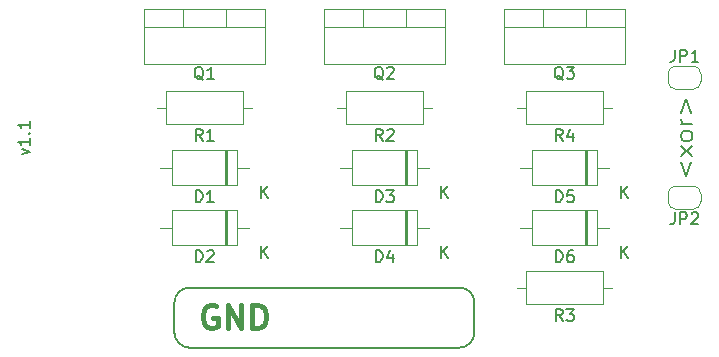
<source format=gbr>
%TF.GenerationSoftware,KiCad,Pcbnew,6.0.5*%
%TF.CreationDate,2022-09-23T17:49:19+02:00*%
%TF.ProjectId,Alternator_Motor_Driver,416c7465-726e-4617-946f-725f4d6f746f,1.1*%
%TF.SameCoordinates,Original*%
%TF.FileFunction,Legend,Top*%
%TF.FilePolarity,Positive*%
%FSLAX46Y46*%
G04 Gerber Fmt 4.6, Leading zero omitted, Abs format (unit mm)*
G04 Created by KiCad (PCBNEW 6.0.5) date 2022-09-23 17:49:19*
%MOMM*%
%LPD*%
G01*
G04 APERTURE LIST*
%ADD10C,0.150000*%
%ADD11C,0.400000*%
%ADD12C,0.120000*%
G04 APERTURE END LIST*
D10*
X126999999Y-110490000D02*
G75*
G03*
X128270000Y-111760001I1270001J0D01*
G01*
X128270000Y-111760001D02*
X151130001Y-111760000D01*
X151130001Y-111760000D02*
G75*
G03*
X152400000Y-110490001I-1J1270000D01*
G01*
X126999999Y-110490000D02*
X127000000Y-107949999D01*
X152400001Y-107950000D02*
X152400000Y-110490000D01*
X128270000Y-106680000D02*
G75*
G03*
X127000000Y-107949999I0J-1270000D01*
G01*
X151130000Y-106679999D02*
X128270000Y-106680000D01*
X152400001Y-107950000D02*
G75*
G03*
X151130000Y-106679999I-1270001J0D01*
G01*
D11*
X130556190Y-108220000D02*
X130365714Y-108124761D01*
X130080000Y-108124761D01*
X129794285Y-108220000D01*
X129603809Y-108410476D01*
X129508571Y-108600952D01*
X129413333Y-108981904D01*
X129413333Y-109267619D01*
X129508571Y-109648571D01*
X129603809Y-109839047D01*
X129794285Y-110029523D01*
X130080000Y-110124761D01*
X130270476Y-110124761D01*
X130556190Y-110029523D01*
X130651428Y-109934285D01*
X130651428Y-109267619D01*
X130270476Y-109267619D01*
X131508571Y-110124761D02*
X131508571Y-108124761D01*
X132651428Y-110124761D01*
X132651428Y-108124761D01*
X133603809Y-110124761D02*
X133603809Y-108124761D01*
X134080000Y-108124761D01*
X134365714Y-108220000D01*
X134556190Y-108410476D01*
X134651428Y-108600952D01*
X134746666Y-108981904D01*
X134746666Y-109267619D01*
X134651428Y-109648571D01*
X134556190Y-109839047D01*
X134365714Y-110029523D01*
X134080000Y-110124761D01*
X133603809Y-110124761D01*
D10*
X169858571Y-96087142D02*
X170287142Y-97230000D01*
X170715714Y-96087142D01*
X170858571Y-95515714D02*
X169858571Y-94730000D01*
X169858571Y-95515714D02*
X170858571Y-94730000D01*
X170858571Y-93944285D02*
X170787142Y-94087142D01*
X170715714Y-94158571D01*
X170572857Y-94230000D01*
X170144285Y-94230000D01*
X170001428Y-94158571D01*
X169930000Y-94087142D01*
X169858571Y-93944285D01*
X169858571Y-93730000D01*
X169930000Y-93587142D01*
X170001428Y-93515714D01*
X170144285Y-93444285D01*
X170572857Y-93444285D01*
X170715714Y-93515714D01*
X170787142Y-93587142D01*
X170858571Y-93730000D01*
X170858571Y-93944285D01*
X170858571Y-92801428D02*
X169858571Y-92801428D01*
X170144285Y-92801428D02*
X170001428Y-92730000D01*
X169930000Y-92658571D01*
X169858571Y-92515714D01*
X169858571Y-92372857D01*
X169858571Y-91872857D02*
X170287142Y-90730000D01*
X170715714Y-91872857D01*
X114085714Y-95408571D02*
X114752380Y-95170476D01*
X114085714Y-94932380D01*
X114752380Y-94027619D02*
X114752380Y-94599047D01*
X114752380Y-94313333D02*
X113752380Y-94313333D01*
X113895238Y-94408571D01*
X113990476Y-94503809D01*
X114038095Y-94599047D01*
X114657142Y-93599047D02*
X114704761Y-93551428D01*
X114752380Y-93599047D01*
X114704761Y-93646666D01*
X114657142Y-93599047D01*
X114752380Y-93599047D01*
X114752380Y-92599047D02*
X114752380Y-93170476D01*
X114752380Y-92884761D02*
X113752380Y-92884761D01*
X113895238Y-92980000D01*
X113990476Y-93075238D01*
X114038095Y-93170476D01*
%TO.C,R2*%
X144613333Y-94262380D02*
X144280000Y-93786190D01*
X144041904Y-94262380D02*
X144041904Y-93262380D01*
X144422857Y-93262380D01*
X144518095Y-93310000D01*
X144565714Y-93357619D01*
X144613333Y-93452857D01*
X144613333Y-93595714D01*
X144565714Y-93690952D01*
X144518095Y-93738571D01*
X144422857Y-93786190D01*
X144041904Y-93786190D01*
X144994285Y-93357619D02*
X145041904Y-93310000D01*
X145137142Y-93262380D01*
X145375238Y-93262380D01*
X145470476Y-93310000D01*
X145518095Y-93357619D01*
X145565714Y-93452857D01*
X145565714Y-93548095D01*
X145518095Y-93690952D01*
X144946666Y-94262380D01*
X145565714Y-94262380D01*
%TO.C,D2*%
X128801903Y-104522380D02*
X128801903Y-103522380D01*
X129039999Y-103522380D01*
X129182856Y-103570000D01*
X129278094Y-103665238D01*
X129325713Y-103760476D01*
X129373332Y-103950952D01*
X129373332Y-104093809D01*
X129325713Y-104284285D01*
X129278094Y-104379523D01*
X129182856Y-104474761D01*
X129039999Y-104522380D01*
X128801903Y-104522380D01*
X129754284Y-103617619D02*
X129801903Y-103570000D01*
X129897141Y-103522380D01*
X130135237Y-103522380D01*
X130230475Y-103570000D01*
X130278094Y-103617619D01*
X130325713Y-103712857D01*
X130325713Y-103808095D01*
X130278094Y-103950952D01*
X129706665Y-104522380D01*
X130325713Y-104522380D01*
X134358094Y-104152380D02*
X134358094Y-103152380D01*
X134929522Y-104152380D02*
X134500951Y-103580952D01*
X134929522Y-103152380D02*
X134358094Y-103723809D01*
%TO.C,D5*%
X159281903Y-99442380D02*
X159281903Y-98442380D01*
X159519999Y-98442380D01*
X159662856Y-98490000D01*
X159758094Y-98585238D01*
X159805713Y-98680476D01*
X159853332Y-98870952D01*
X159853332Y-99013809D01*
X159805713Y-99204285D01*
X159758094Y-99299523D01*
X159662856Y-99394761D01*
X159519999Y-99442380D01*
X159281903Y-99442380D01*
X160758094Y-98442380D02*
X160281903Y-98442380D01*
X160234284Y-98918571D01*
X160281903Y-98870952D01*
X160377141Y-98823333D01*
X160615237Y-98823333D01*
X160710475Y-98870952D01*
X160758094Y-98918571D01*
X160805713Y-99013809D01*
X160805713Y-99251904D01*
X160758094Y-99347142D01*
X160710475Y-99394761D01*
X160615237Y-99442380D01*
X160377141Y-99442380D01*
X160281903Y-99394761D01*
X160234284Y-99347142D01*
X164838094Y-99072380D02*
X164838094Y-98072380D01*
X165409522Y-99072380D02*
X164980951Y-98500952D01*
X165409522Y-98072380D02*
X164838094Y-98643809D01*
%TO.C,Q1*%
X129444761Y-89088619D02*
X129349523Y-89041000D01*
X129254285Y-88945761D01*
X129111428Y-88802904D01*
X129016190Y-88755285D01*
X128920952Y-88755285D01*
X128968571Y-88993380D02*
X128873333Y-88945761D01*
X128778095Y-88850523D01*
X128730476Y-88660047D01*
X128730476Y-88326714D01*
X128778095Y-88136238D01*
X128873333Y-88041000D01*
X128968571Y-87993380D01*
X129159047Y-87993380D01*
X129254285Y-88041000D01*
X129349523Y-88136238D01*
X129397142Y-88326714D01*
X129397142Y-88660047D01*
X129349523Y-88850523D01*
X129254285Y-88945761D01*
X129159047Y-88993380D01*
X128968571Y-88993380D01*
X130349523Y-88993380D02*
X129778095Y-88993380D01*
X130063809Y-88993380D02*
X130063809Y-87993380D01*
X129968571Y-88136238D01*
X129873333Y-88231476D01*
X129778095Y-88279095D01*
%TO.C,R1*%
X129373333Y-94262380D02*
X129040000Y-93786190D01*
X128801904Y-94262380D02*
X128801904Y-93262380D01*
X129182857Y-93262380D01*
X129278095Y-93310000D01*
X129325714Y-93357619D01*
X129373333Y-93452857D01*
X129373333Y-93595714D01*
X129325714Y-93690952D01*
X129278095Y-93738571D01*
X129182857Y-93786190D01*
X128801904Y-93786190D01*
X130325714Y-94262380D02*
X129754285Y-94262380D01*
X130040000Y-94262380D02*
X130040000Y-93262380D01*
X129944761Y-93405238D01*
X129849523Y-93500476D01*
X129754285Y-93548095D01*
%TO.C,D1*%
X128801904Y-99442380D02*
X128801904Y-98442380D01*
X129040000Y-98442380D01*
X129182857Y-98490000D01*
X129278095Y-98585238D01*
X129325714Y-98680476D01*
X129373333Y-98870952D01*
X129373333Y-99013809D01*
X129325714Y-99204285D01*
X129278095Y-99299523D01*
X129182857Y-99394761D01*
X129040000Y-99442380D01*
X128801904Y-99442380D01*
X130325714Y-99442380D02*
X129754285Y-99442380D01*
X130040000Y-99442380D02*
X130040000Y-98442380D01*
X129944761Y-98585238D01*
X129849523Y-98680476D01*
X129754285Y-98728095D01*
X134358095Y-99072380D02*
X134358095Y-98072380D01*
X134929523Y-99072380D02*
X134500952Y-98500952D01*
X134929523Y-98072380D02*
X134358095Y-98643809D01*
%TO.C,D6*%
X159281904Y-104522381D02*
X159281904Y-103522381D01*
X159520000Y-103522381D01*
X159662857Y-103570001D01*
X159758095Y-103665239D01*
X159805714Y-103760477D01*
X159853333Y-103950953D01*
X159853333Y-104093810D01*
X159805714Y-104284286D01*
X159758095Y-104379524D01*
X159662857Y-104474762D01*
X159520000Y-104522381D01*
X159281904Y-104522381D01*
X160710476Y-103522381D02*
X160520000Y-103522381D01*
X160424761Y-103570001D01*
X160377142Y-103617620D01*
X160281904Y-103760477D01*
X160234285Y-103950953D01*
X160234285Y-104331905D01*
X160281904Y-104427143D01*
X160329523Y-104474762D01*
X160424761Y-104522381D01*
X160615238Y-104522381D01*
X160710476Y-104474762D01*
X160758095Y-104427143D01*
X160805714Y-104331905D01*
X160805714Y-104093810D01*
X160758095Y-103998572D01*
X160710476Y-103950953D01*
X160615238Y-103903334D01*
X160424761Y-103903334D01*
X160329523Y-103950953D01*
X160281904Y-103998572D01*
X160234285Y-104093810D01*
X164838095Y-104152381D02*
X164838095Y-103152381D01*
X165409523Y-104152381D02*
X164980952Y-103580953D01*
X165409523Y-103152381D02*
X164838095Y-103723810D01*
%TO.C,D4*%
X144041904Y-104522380D02*
X144041904Y-103522380D01*
X144280000Y-103522380D01*
X144422857Y-103570000D01*
X144518095Y-103665238D01*
X144565714Y-103760476D01*
X144613333Y-103950952D01*
X144613333Y-104093809D01*
X144565714Y-104284285D01*
X144518095Y-104379523D01*
X144422857Y-104474761D01*
X144280000Y-104522380D01*
X144041904Y-104522380D01*
X145470476Y-103855714D02*
X145470476Y-104522380D01*
X145232380Y-103474761D02*
X144994285Y-104189047D01*
X145613333Y-104189047D01*
X149598095Y-104152380D02*
X149598095Y-103152380D01*
X150169523Y-104152380D02*
X149740952Y-103580952D01*
X150169523Y-103152380D02*
X149598095Y-103723809D01*
%TO.C,R4*%
X159853333Y-94262380D02*
X159520000Y-93786190D01*
X159281904Y-94262380D02*
X159281904Y-93262380D01*
X159662857Y-93262380D01*
X159758095Y-93310000D01*
X159805714Y-93357619D01*
X159853333Y-93452857D01*
X159853333Y-93595714D01*
X159805714Y-93690952D01*
X159758095Y-93738571D01*
X159662857Y-93786190D01*
X159281904Y-93786190D01*
X160710476Y-93595714D02*
X160710476Y-94262380D01*
X160472380Y-93214761D02*
X160234285Y-93929047D01*
X160853333Y-93929047D01*
%TO.C,Q2*%
X144684761Y-89088619D02*
X144589523Y-89041000D01*
X144494285Y-88945761D01*
X144351428Y-88802904D01*
X144256190Y-88755285D01*
X144160952Y-88755285D01*
X144208571Y-88993380D02*
X144113333Y-88945761D01*
X144018095Y-88850523D01*
X143970476Y-88660047D01*
X143970476Y-88326714D01*
X144018095Y-88136238D01*
X144113333Y-88041000D01*
X144208571Y-87993380D01*
X144399047Y-87993380D01*
X144494285Y-88041000D01*
X144589523Y-88136238D01*
X144637142Y-88326714D01*
X144637142Y-88660047D01*
X144589523Y-88850523D01*
X144494285Y-88945761D01*
X144399047Y-88993380D01*
X144208571Y-88993380D01*
X145018095Y-88088619D02*
X145065714Y-88041000D01*
X145160952Y-87993380D01*
X145399047Y-87993380D01*
X145494285Y-88041000D01*
X145541904Y-88088619D01*
X145589523Y-88183857D01*
X145589523Y-88279095D01*
X145541904Y-88421952D01*
X144970476Y-88993380D01*
X145589523Y-88993380D01*
%TO.C,JP2*%
X169346666Y-100312380D02*
X169346666Y-101026666D01*
X169299047Y-101169523D01*
X169203809Y-101264761D01*
X169060952Y-101312380D01*
X168965714Y-101312380D01*
X169822857Y-101312380D02*
X169822857Y-100312380D01*
X170203809Y-100312380D01*
X170299047Y-100360000D01*
X170346666Y-100407619D01*
X170394285Y-100502857D01*
X170394285Y-100645714D01*
X170346666Y-100740952D01*
X170299047Y-100788571D01*
X170203809Y-100836190D01*
X169822857Y-100836190D01*
X170775238Y-100407619D02*
X170822857Y-100360000D01*
X170918095Y-100312380D01*
X171156190Y-100312380D01*
X171251428Y-100360000D01*
X171299047Y-100407619D01*
X171346666Y-100502857D01*
X171346666Y-100598095D01*
X171299047Y-100740952D01*
X170727619Y-101312380D01*
X171346666Y-101312380D01*
%TO.C,R3*%
X159853332Y-109502380D02*
X159519999Y-109026190D01*
X159281903Y-109502380D02*
X159281903Y-108502380D01*
X159662856Y-108502380D01*
X159758094Y-108550000D01*
X159805713Y-108597619D01*
X159853332Y-108692857D01*
X159853332Y-108835714D01*
X159805713Y-108930952D01*
X159758094Y-108978571D01*
X159662856Y-109026190D01*
X159281903Y-109026190D01*
X160186665Y-108502380D02*
X160805713Y-108502380D01*
X160472379Y-108883333D01*
X160615237Y-108883333D01*
X160710475Y-108930952D01*
X160758094Y-108978571D01*
X160805713Y-109073809D01*
X160805713Y-109311904D01*
X160758094Y-109407142D01*
X160710475Y-109454761D01*
X160615237Y-109502380D01*
X160329522Y-109502380D01*
X160234284Y-109454761D01*
X160186665Y-109407142D01*
%TO.C,Q3*%
X159924761Y-89088619D02*
X159829523Y-89041000D01*
X159734285Y-88945761D01*
X159591428Y-88802904D01*
X159496190Y-88755285D01*
X159400952Y-88755285D01*
X159448571Y-88993380D02*
X159353333Y-88945761D01*
X159258095Y-88850523D01*
X159210476Y-88660047D01*
X159210476Y-88326714D01*
X159258095Y-88136238D01*
X159353333Y-88041000D01*
X159448571Y-87993380D01*
X159639047Y-87993380D01*
X159734285Y-88041000D01*
X159829523Y-88136238D01*
X159877142Y-88326714D01*
X159877142Y-88660047D01*
X159829523Y-88850523D01*
X159734285Y-88945761D01*
X159639047Y-88993380D01*
X159448571Y-88993380D01*
X160210476Y-87993380D02*
X160829523Y-87993380D01*
X160496190Y-88374333D01*
X160639047Y-88374333D01*
X160734285Y-88421952D01*
X160781904Y-88469571D01*
X160829523Y-88564809D01*
X160829523Y-88802904D01*
X160781904Y-88898142D01*
X160734285Y-88945761D01*
X160639047Y-88993380D01*
X160353333Y-88993380D01*
X160258095Y-88945761D01*
X160210476Y-88898142D01*
%TO.C,JP1*%
X169346666Y-86552380D02*
X169346666Y-87266666D01*
X169299047Y-87409523D01*
X169203809Y-87504761D01*
X169060952Y-87552380D01*
X168965714Y-87552380D01*
X169822857Y-87552380D02*
X169822857Y-86552380D01*
X170203809Y-86552380D01*
X170299047Y-86600000D01*
X170346666Y-86647619D01*
X170394285Y-86742857D01*
X170394285Y-86885714D01*
X170346666Y-86980952D01*
X170299047Y-87028571D01*
X170203809Y-87076190D01*
X169822857Y-87076190D01*
X171346666Y-87552380D02*
X170775238Y-87552380D01*
X171060952Y-87552380D02*
X171060952Y-86552380D01*
X170965714Y-86695238D01*
X170870476Y-86790476D01*
X170775238Y-86838095D01*
%TO.C,D3*%
X144041904Y-99442380D02*
X144041904Y-98442380D01*
X144280000Y-98442380D01*
X144422857Y-98490000D01*
X144518095Y-98585238D01*
X144565714Y-98680476D01*
X144613333Y-98870952D01*
X144613333Y-99013809D01*
X144565714Y-99204285D01*
X144518095Y-99299523D01*
X144422857Y-99394761D01*
X144280000Y-99442380D01*
X144041904Y-99442380D01*
X144946666Y-98442380D02*
X145565714Y-98442380D01*
X145232380Y-98823333D01*
X145375238Y-98823333D01*
X145470476Y-98870952D01*
X145518095Y-98918571D01*
X145565714Y-99013809D01*
X145565714Y-99251904D01*
X145518095Y-99347142D01*
X145470476Y-99394761D01*
X145375238Y-99442380D01*
X145089523Y-99442380D01*
X144994285Y-99394761D01*
X144946666Y-99347142D01*
X149598095Y-99072380D02*
X149598095Y-98072380D01*
X150169523Y-99072380D02*
X149740952Y-98500952D01*
X150169523Y-98072380D02*
X149598095Y-98643809D01*
D12*
%TO.C,R2*%
X148050000Y-92810000D02*
X148050000Y-90070000D01*
X140740000Y-91440000D02*
X141510000Y-91440000D01*
X148820000Y-91440000D02*
X148050000Y-91440000D01*
X141510000Y-90070000D02*
X141510000Y-92810000D01*
X148050000Y-90070000D02*
X141510000Y-90070000D01*
X141510000Y-92810000D02*
X148050000Y-92810000D01*
%TO.C,D2*%
X132259999Y-103070000D02*
X132259999Y-100130000D01*
X125799999Y-101600000D02*
X126819999Y-101600000D01*
X132259999Y-100130000D02*
X126819999Y-100130000D01*
X126819999Y-100130000D02*
X126819999Y-103070000D01*
X131479999Y-103070000D02*
X131479999Y-100130000D01*
X126819999Y-103070000D02*
X132259999Y-103070000D01*
X131359999Y-103070000D02*
X131359999Y-100130000D01*
X133279999Y-101600000D02*
X132259999Y-101600000D01*
X131239999Y-103070000D02*
X131239999Y-100130000D01*
%TO.C,D5*%
X163759999Y-96520000D02*
X162739999Y-96520000D01*
X157299999Y-95050000D02*
X157299999Y-97990000D01*
X161839999Y-97990000D02*
X161839999Y-95050000D01*
X161719999Y-97990000D02*
X161719999Y-95050000D01*
X161959999Y-97990000D02*
X161959999Y-95050000D01*
X156279999Y-96520000D02*
X157299999Y-96520000D01*
X162739999Y-95050000D02*
X157299999Y-95050000D01*
X162739999Y-97990000D02*
X162739999Y-95050000D01*
X157299999Y-97990000D02*
X162739999Y-97990000D01*
%TO.C,Q1*%
X124420000Y-83090000D02*
X124420000Y-87731000D01*
X124420000Y-84600000D02*
X134660000Y-84600000D01*
X127690000Y-83090000D02*
X127690000Y-84600000D01*
X131391000Y-83090000D02*
X131391000Y-84600000D01*
X124420000Y-83090000D02*
X134660000Y-83090000D01*
X134660000Y-83090000D02*
X134660000Y-87731000D01*
X124420000Y-87731000D02*
X134660000Y-87731000D01*
%TO.C,R1*%
X133580000Y-91440000D02*
X132810000Y-91440000D01*
X125500000Y-91440000D02*
X126270000Y-91440000D01*
X126270000Y-90070000D02*
X126270000Y-92810000D01*
X132810000Y-92810000D02*
X132810000Y-90070000D01*
X126270000Y-92810000D02*
X132810000Y-92810000D01*
X132810000Y-90070000D02*
X126270000Y-90070000D01*
%TO.C,D1*%
X133280000Y-96520000D02*
X132260000Y-96520000D01*
X131360000Y-97990000D02*
X131360000Y-95050000D01*
X126820000Y-97990000D02*
X132260000Y-97990000D01*
X125800000Y-96520000D02*
X126820000Y-96520000D01*
X126820000Y-95050000D02*
X126820000Y-97990000D01*
X132260000Y-97990000D02*
X132260000Y-95050000D01*
X131480000Y-97990000D02*
X131480000Y-95050000D01*
X132260000Y-95050000D02*
X126820000Y-95050000D01*
X131240000Y-97990000D02*
X131240000Y-95050000D01*
%TO.C,D6*%
X157300000Y-103070001D02*
X162740000Y-103070001D01*
X162740000Y-100130001D02*
X157300000Y-100130001D01*
X161720000Y-103070001D02*
X161720000Y-100130001D01*
X156280000Y-101600001D02*
X157300000Y-101600001D01*
X157300000Y-100130001D02*
X157300000Y-103070001D01*
X162740000Y-103070001D02*
X162740000Y-100130001D01*
X163760000Y-101600001D02*
X162740000Y-101600001D01*
X161840000Y-103070001D02*
X161840000Y-100130001D01*
X161960000Y-103070001D02*
X161960000Y-100130001D01*
%TO.C,D4*%
X146720000Y-103070000D02*
X146720000Y-100130000D01*
X147500000Y-103070000D02*
X147500000Y-100130000D01*
X141040000Y-101600000D02*
X142060000Y-101600000D01*
X142060000Y-103070000D02*
X147500000Y-103070000D01*
X148520000Y-101600000D02*
X147500000Y-101600000D01*
X147500000Y-100130000D02*
X142060000Y-100130000D01*
X142060000Y-100130000D02*
X142060000Y-103070000D01*
X146480000Y-103070000D02*
X146480000Y-100130000D01*
X146600000Y-103070000D02*
X146600000Y-100130000D01*
%TO.C,R4*%
X163290000Y-90070000D02*
X156750000Y-90070000D01*
X163290000Y-92810000D02*
X163290000Y-90070000D01*
X156750000Y-92810000D02*
X163290000Y-92810000D01*
X156750000Y-90070000D02*
X156750000Y-92810000D01*
X164060000Y-91440000D02*
X163290000Y-91440000D01*
X155980000Y-91440000D02*
X156750000Y-91440000D01*
%TO.C,Q2*%
X139660000Y-84600000D02*
X149900000Y-84600000D01*
X139660000Y-87731000D02*
X149900000Y-87731000D01*
X139660000Y-83090000D02*
X139660000Y-87731000D01*
X139660000Y-83090000D02*
X149900000Y-83090000D01*
X142930000Y-83090000D02*
X142930000Y-84600000D01*
X149900000Y-83090000D02*
X149900000Y-87731000D01*
X146631000Y-83090000D02*
X146631000Y-84600000D01*
%TO.C,JP2*%
X171580000Y-98760000D02*
X171580000Y-99360000D01*
X169480000Y-98060000D02*
X170880000Y-98060000D01*
X168780000Y-99360000D02*
X168780000Y-98760000D01*
X170880000Y-100060000D02*
X169480000Y-100060000D01*
X170880000Y-100060000D02*
G75*
G03*
X171580000Y-99360000I1J699999D01*
G01*
X168780000Y-99360000D02*
G75*
G03*
X169480000Y-100060000I700000J0D01*
G01*
X169480000Y-98060000D02*
G75*
G03*
X168780000Y-98760000I0J-700000D01*
G01*
X171580000Y-98760000D02*
G75*
G03*
X170880000Y-98060000I-699999J1D01*
G01*
%TO.C,R3*%
X163289999Y-108050000D02*
X163289999Y-105310000D01*
X156749999Y-108050000D02*
X163289999Y-108050000D01*
X163289999Y-105310000D02*
X156749999Y-105310000D01*
X156749999Y-105310000D02*
X156749999Y-108050000D01*
X164059999Y-106680000D02*
X163289999Y-106680000D01*
X155979999Y-106680000D02*
X156749999Y-106680000D01*
%TO.C,Q3*%
X154900000Y-83090000D02*
X154900000Y-87731000D01*
X158170000Y-83090000D02*
X158170000Y-84600000D01*
X154900000Y-83090000D02*
X165140000Y-83090000D01*
X154900000Y-84600000D02*
X165140000Y-84600000D01*
X165140000Y-83090000D02*
X165140000Y-87731000D01*
X154900000Y-87731000D02*
X165140000Y-87731000D01*
X161871000Y-83090000D02*
X161871000Y-84600000D01*
%TO.C,JP1*%
X171580000Y-88600000D02*
X171580000Y-89200000D01*
X169480000Y-87900000D02*
X170880000Y-87900000D01*
X170880000Y-89900000D02*
X169480000Y-89900000D01*
X168780000Y-89200000D02*
X168780000Y-88600000D01*
X169480000Y-87900000D02*
G75*
G03*
X168780000Y-88600000I-1J-699999D01*
G01*
X170880000Y-89900000D02*
G75*
G03*
X171580000Y-89200000I0J700000D01*
G01*
X171580000Y-88600000D02*
G75*
G03*
X170880000Y-87900000I-700000J0D01*
G01*
X168780000Y-89200000D02*
G75*
G03*
X169480000Y-89900000I699999J-1D01*
G01*
%TO.C,D3*%
X146480000Y-97990000D02*
X146480000Y-95050000D01*
X142060000Y-95050000D02*
X142060000Y-97990000D01*
X147500000Y-95050000D02*
X142060000Y-95050000D01*
X147500000Y-97990000D02*
X147500000Y-95050000D01*
X148520000Y-96520000D02*
X147500000Y-96520000D01*
X142060000Y-97990000D02*
X147500000Y-97990000D01*
X146720000Y-97990000D02*
X146720000Y-95050000D01*
X146600000Y-97990000D02*
X146600000Y-95050000D01*
X141040000Y-96520000D02*
X142060000Y-96520000D01*
%TD*%
M02*

</source>
